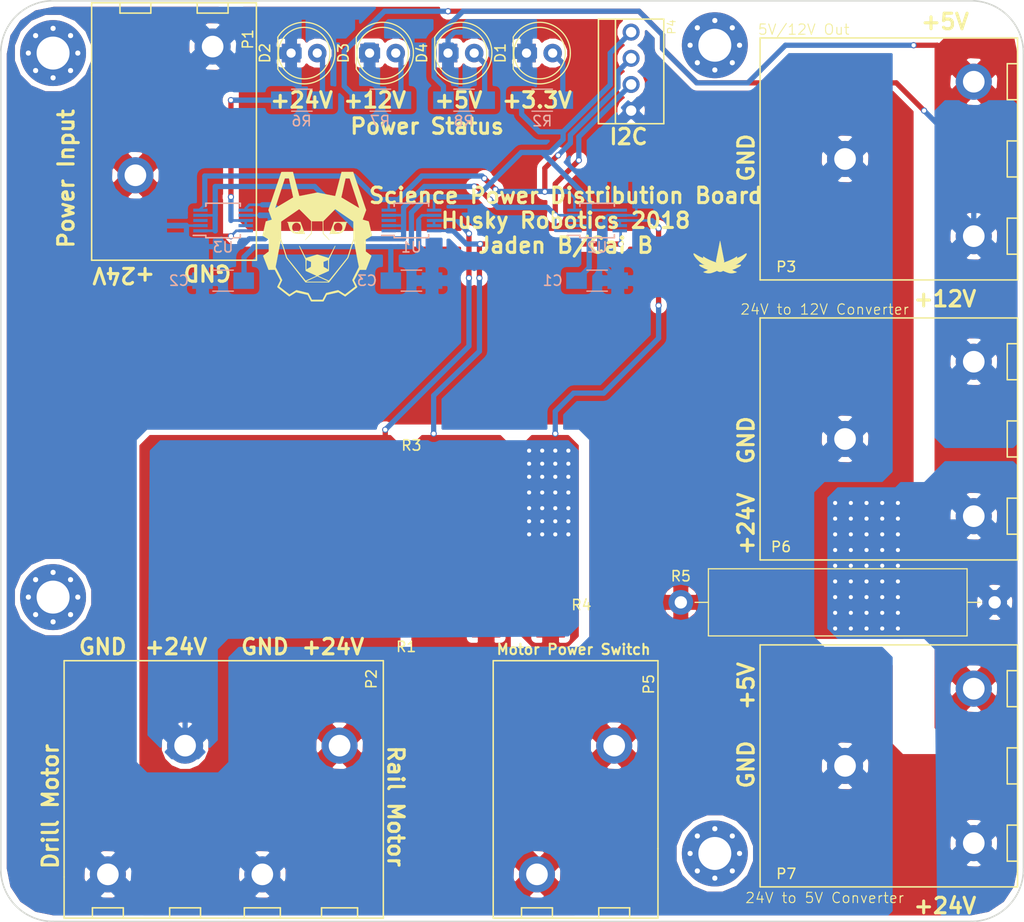
<source format=kicad_pcb>
(kicad_pcb (version 4) (host pcbnew 4.0.7)
  (layers (0 F.Cu signal) (31 B.Cu signal) (34 B.Paste user hide) (35 F.Paste user) (36 B.SilkS user) (37 F.SilkS user) (38 B.Mask user) (39 F.Mask user) (44 Edge.Cuts user))
  (net 0 "")
  (net 1 +3V3)
  (net 2 GND)
  (net 3 "Net-(D1-Pad2)")
  (net 4 "Net-(D2-Pad2)")
  (net 5 "Net-(D3-Pad2)")
  (net 6 "Net-(D4-Pad2)")
  (net 7 /24V_IN)
  (net 8 "Net-(P2-Pad2)")
  (net 9 "Net-(P2-Pad4)")
  (net 10 +12V)
  (net 11 +5V)
  (net 12 /I2C_SDA)
  (net 13 /I2C_SCL)
  (net 14 "Net-(P5-Pad1)")
  (net 15 +24V)
  (net 16 "Net-(U1-Pad3)")
  (net 17 "Net-(U2-Pad3)")
  (net 18 "Net-(U3-Pad3)")
  (module ScienceFootprints:PHOENIX_1792229 (layer F.Cu) (at 108.518 73.9648 180)
    (fp_text reference P1 (at -7.172 21.458 450) (layer F.SilkS))
    (fp_text value PWR_IN)
    (pad 1 thru_hole circle (at -3.75 20.75 180) (size 3.5 3.5) (drill 2.1) (layers *.Cu *.Mask) (net 2 GND))
    (pad 2 thru_hole circle (at 3.75 8.25 180) (size 3.5 3.5) (drill 2.1) (layers *.Cu *.Mask) (net 7 /24V_IN))
  )
  (module LEDs:LED_D5.0mm (layer F.Cu) (at 135.128 53.848)
    (fp_text reference D4 (at -2.54 0 90) (layer F.SilkS))
    (fp_text value LED)
    (pad 1 thru_hole rect (at 0 0) (size 1.8 1.8) (drill 0.9) (layers *.Cu *.Mask) (net 2 GND))
    (pad 2 thru_hole circle (at 2.54 0) (size 1.8 1.8) (drill 0.9) (layers *.Cu *.Mask) (net 6 "Net-(D4-Pad2)"))
  )
  (module Mounting_Holes:MountingHole_3.2mm_M3_Pad_Via (layer F.Cu) (at 161.036 53.086)
    (fp_text reference REF** hide)
    (fp_text value MountingHole_3.2mm_M3_Pad_Via)
    (pad 1 thru_hole circle (at 0 0) (size 6.4 6.4) (drill 3.2) (layers *.Cu *.Mask))
    (pad "" thru_hole circle (at 2.4 0) (size 0.8 0.8) (drill 0.5) (layers *.Cu *.Mask))
    (pad "" thru_hole circle (at 1.697056 1.697056) (size 0.8 0.8) (drill 0.5) (layers *.Cu *.Mask))
    (pad "" thru_hole circle (at 0 2.4) (size 0.8 0.8) (drill 0.5) (layers *.Cu *.Mask))
    (pad "" thru_hole circle (at -1.697056 1.697056) (size 0.8 0.8) (drill 0.5) (layers *.Cu *.Mask))
    (pad "" thru_hole circle (at -2.4 0) (size 0.8 0.8) (drill 0.5) (layers *.Cu *.Mask))
    (pad "" thru_hole circle (at -1.697056 -1.697056) (size 0.8 0.8) (drill 0.5) (layers *.Cu *.Mask))
    (pad "" thru_hole circle (at 0 -2.4) (size 0.8 0.8) (drill 0.5) (layers *.Cu *.Mask))
    (pad "" thru_hole circle (at 1.697056 -1.697056) (size 0.8 0.8) (drill 0.5) (layers *.Cu *.Mask))
  )
  (module Mounting_Holes:MountingHole_3.2mm_M3_Pad_Via (layer F.Cu) (at 96.774 106.68)
    (fp_text reference REF** hide)
    (fp_text value MountingHole_3.2mm_M3_Pad_Via)
    (pad 1 thru_hole circle (at 0 0) (size 6.4 6.4) (drill 3.2) (layers *.Cu *.Mask))
    (pad "" thru_hole circle (at 2.4 0) (size 0.8 0.8) (drill 0.5) (layers *.Cu *.Mask))
    (pad "" thru_hole circle (at 1.697056 1.697056) (size 0.8 0.8) (drill 0.5) (layers *.Cu *.Mask))
    (pad "" thru_hole circle (at 0 2.4) (size 0.8 0.8) (drill 0.5) (layers *.Cu *.Mask))
    (pad "" thru_hole circle (at -1.697056 1.697056) (size 0.8 0.8) (drill 0.5) (layers *.Cu *.Mask))
    (pad "" thru_hole circle (at -2.4 0) (size 0.8 0.8) (drill 0.5) (layers *.Cu *.Mask))
    (pad "" thru_hole circle (at -1.697056 -1.697056) (size 0.8 0.8) (drill 0.5) (layers *.Cu *.Mask))
    (pad "" thru_hole circle (at 0 -2.4) (size 0.8 0.8) (drill 0.5) (layers *.Cu *.Mask))
    (pad "" thru_hole circle (at 1.697056 -1.697056) (size 0.8 0.8) (drill 0.5) (layers *.Cu *.Mask))
  )
  (module Mounting_Holes:MountingHole_3.2mm_M3_Pad_Via (layer F.Cu) (at 161.036 131.572)
    (fp_text reference REF** hide)
    (fp_text value MountingHole_3.2mm_M3_Pad_Via)
    (pad 1 thru_hole circle (at 0 0) (size 6.4 6.4) (drill 3.2) (layers *.Cu *.Mask))
    (pad "" thru_hole circle (at 2.4 0) (size 0.8 0.8) (drill 0.5) (layers *.Cu *.Mask))
    (pad "" thru_hole circle (at 1.697056 1.697056) (size 0.8 0.8) (drill 0.5) (layers *.Cu *.Mask))
    (pad "" thru_hole circle (at 0 2.4) (size 0.8 0.8) (drill 0.5) (layers *.Cu *.Mask))
    (pad "" thru_hole circle (at -1.697056 1.697056) (size 0.8 0.8) (drill 0.5) (layers *.Cu *.Mask))
    (pad "" thru_hole circle (at -2.4 0) (size 0.8 0.8) (drill 0.5) (layers *.Cu *.Mask))
    (pad "" thru_hole circle (at -1.697056 -1.697056) (size 0.8 0.8) (drill 0.5) (layers *.Cu *.Mask))
    (pad "" thru_hole circle (at 0 -2.4) (size 0.8 0.8) (drill 0.5) (layers *.Cu *.Mask))
    (pad "" thru_hole circle (at 1.697056 -1.697056) (size 0.8 0.8) (drill 0.5) (layers *.Cu *.Mask))
  )
  (module ScienceFootprints:PHOENIX_1792232 (layer F.Cu) (at 165.432 103.07 90)
    (fp_text reference P6 (at 1.27 2.032 180) (layer F.SilkS))
    (fp_text value REG_12V)
    (pad 1 thru_hole circle (at 4.25 20.75 90) (size 3.5 3.5) (drill 2.1) (layers *.Cu *.Mask) (net 15 +24V))
    (pad 2 thru_hole circle (at 11.75 8.25 90) (size 3.5 3.5) (drill 2.1) (layers *.Cu *.Mask) (net 2 GND))
    (pad 3 thru_hole circle (at 19.25 20.75 90) (size 3.5 3.5) (drill 2.1) (layers *.Cu *.Mask) (net 10 +12V))
  )
  (module Resistors_THT:R_Axial_Power_L25.0mm_W6.4mm_P30.48mm (layer F.Cu) (at 188.214 107.188 180)
    (fp_text reference R5 (at 30.48 2.54 180) (layer F.SilkS))
    (fp_text value 150mΩ)
    (pad 1 thru_hole circle (at 0 0 180) (size 2.4 2.4) (drill 1.2) (layers *.Cu *.Mask) (net 15 +24V))
    (pad 2 thru_hole oval (at 30.48 0 180) (size 2.4 2.4) (drill 1.2) (layers *.Cu *.Mask) (net 7 /24V_IN))
  )
  (module Capacitors_SMD:C_1206_HandSoldering (layer B.Cu) (at 149.606 75.946)
    (fp_text reference C1 (at -4.318 0) (layer B.SilkS) (effects (justify mirror)))
    (fp_text value 100nF)
    (pad 1 smd rect (at -2 0) (size 2 1.6) (layers B.Cu B.Paste B.Mask) (net 1 +3V3))
    (pad 2 smd rect (at 2 0) (size 2 1.6) (layers B.Cu B.Paste B.Mask) (net 2 GND))
  )
  (module Capacitors_SMD:C_1206_HandSoldering (layer B.Cu) (at 113.284 75.946 180)
    (fp_text reference C2 (at 4.286 0 180) (layer B.SilkS) (effects (justify mirror)))
    (fp_text value 100nF)
    (pad 1 smd rect (at -2 0 180) (size 2 1.6) (layers B.Cu B.Paste B.Mask) (net 1 +3V3))
    (pad 2 smd rect (at 2 0 180) (size 2 1.6) (layers B.Cu B.Paste B.Mask) (net 2 GND))
  )
  (module Capacitors_SMD:C_1206_HandSoldering (layer B.Cu) (at 131.572 75.946)
    (fp_text reference C3 (at -4.318 0) (layer B.SilkS) (effects (justify mirror)))
    (fp_text value 100nF)
    (pad 1 smd rect (at -2 0) (size 2 1.6) (layers B.Cu B.Paste B.Mask) (net 1 +3V3))
    (pad 2 smd rect (at 2 0) (size 2 1.6) (layers B.Cu B.Paste B.Mask) (net 2 GND))
  )
  (module LEDs:LED_D5.0mm (layer F.Cu) (at 142.748 53.848)
    (fp_text reference D1 (at -2.54 0 90) (layer F.SilkS))
    (fp_text value LED)
    (pad 1 thru_hole rect (at 0 0) (size 1.8 1.8) (drill 0.9) (layers *.Cu *.Mask) (net 2 GND))
    (pad 2 thru_hole circle (at 2.54 0) (size 1.8 1.8) (drill 0.9) (layers *.Cu *.Mask) (net 3 "Net-(D1-Pad2)"))
  )
  (module LEDs:LED_D5.0mm (layer F.Cu) (at 119.888 53.848)
    (fp_text reference D2 (at -2.54 0 90) (layer F.SilkS))
    (fp_text value LED)
    (pad 1 thru_hole rect (at 0 0) (size 1.8 1.8) (drill 0.9) (layers *.Cu *.Mask) (net 2 GND))
    (pad 2 thru_hole circle (at 2.54 0) (size 1.8 1.8) (drill 0.9) (layers *.Cu *.Mask) (net 4 "Net-(D2-Pad2)"))
  )
  (module LEDs:LED_D5.0mm (layer F.Cu) (at 127.508 53.848)
    (fp_text reference D3 (at -2.54 0 90) (layer F.SilkS))
    (fp_text value LED)
    (pad 1 thru_hole rect (at 0 0) (size 1.8 1.8) (drill 0.9) (layers *.Cu *.Mask) (net 2 GND))
    (pad 2 thru_hole circle (at 2.54 0) (size 1.8 1.8) (drill 0.9) (layers *.Cu *.Mask) (net 5 "Net-(D3-Pad2)"))
  )
  (module ScienceFootprints:PHOENIX_1792245 (layer F.Cu) (at 105.844 112.854)
    (fp_text reference P2 (at 21.844 1.778 90) (layer F.SilkS))
    (fp_text value MOTOR_PWR_OUT)
    (pad 1 thru_hole circle (at -3.75 20.75) (size 3.5 3.5) (drill 2.1) (layers *.Cu *.Mask) (net 2 GND))
    (pad 2 thru_hole circle (at 3.75 8.25) (size 3.5 3.5) (drill 2.1) (layers *.Cu *.Mask) (net 8 "Net-(P2-Pad2)"))
    (pad 3 thru_hole circle (at 11.25 20.75) (size 3.5 3.5) (drill 2.1) (layers *.Cu *.Mask) (net 2 GND))
    (pad 4 thru_hole circle (at 18.75 8.25) (size 3.5 3.5) (drill 2.1) (layers *.Cu *.Mask) (net 9 "Net-(P2-Pad4)"))
  )
  (module ScienceFootprints:PHOENIX_1792232 (layer F.Cu) (at 165.432 75.878 90)
    (fp_text reference P3 (at 1.27 2.54 180) (layer F.SilkS))
    (fp_text value MAIN_PWR_OUT)
    (pad 1 thru_hole circle (at 4.25 20.75 90) (size 3.5 3.5) (drill 2.1) (layers *.Cu *.Mask) (net 10 +12V))
    (pad 2 thru_hole circle (at 11.75 8.25 90) (size 3.5 3.5) (drill 2.1) (layers *.Cu *.Mask) (net 2 GND))
    (pad 3 thru_hole circle (at 19.25 20.75 90) (size 3.5 3.5) (drill 2.1) (layers *.Cu *.Mask) (net 11 +5V))
  )
  (module ScienceFootprints:MOLEX_22-23-2041 (layer F.Cu) (at 152.908 55.626 90)
    (fp_text reference P4 (at 4.318 3.937 90) (layer F.SilkS) (effects (font (size 0.75 0.75) (thickness 0.1))))
    (fp_text value I2C)
    (pad 1 thru_hole circle (at -3.81 0 90) (size 1.651 1.651) (drill 1.016) (layers *.Cu *.Mask) (net 2 GND))
    (pad 2 thru_hole circle (at -1.27 0 90) (size 1.651 1.651) (drill 1.016) (layers *.Cu *.Mask) (net 12 /I2C_SDA))
    (pad 3 thru_hole circle (at 1.27 0 90) (size 1.651 1.651) (drill 1.016) (layers *.Cu *.Mask) (net 13 /I2C_SCL))
    (pad 4 thru_hole circle (at 3.81 0 90) (size 1.651 1.651) (drill 1.016) (layers *.Cu *.Mask) (net 1 +3V3))
  )
  (module ScienceFootprints:PHOENIX_1792229 (layer F.Cu) (at 147.514 112.854)
    (fp_text reference P5 (at 7.112 2.286 90) (layer F.SilkS))
    (fp_text value MOTOR_SW)
    (pad 1 thru_hole circle (at -3.75 20.75) (size 3.5 3.5) (drill 2.1) (layers *.Cu *.Mask) (net 14 "Net-(P5-Pad1)"))
    (pad 2 thru_hole circle (at 3.75 8.25) (size 3.5 3.5) (drill 2.1) (layers *.Cu *.Mask) (net 7 /24V_IN))
  )
  (module ScienceFootprints:PHOENIX_1792232 (layer F.Cu) (at 165.432 134.82 90)
    (fp_text reference P7 (at 1.27 2.54 180) (layer F.SilkS))
    (fp_text value REG_5V)
    (pad 1 thru_hole circle (at 4.25 20.75 90) (size 3.5 3.5) (drill 2.1) (layers *.Cu *.Mask) (net 15 +24V))
    (pad 2 thru_hole circle (at 11.75 8.25 90) (size 3.5 3.5) (drill 2.1) (layers *.Cu *.Mask) (net 2 GND))
    (pad 3 thru_hole circle (at 19.25 20.75 90) (size 3.5 3.5) (drill 2.1) (layers *.Cu *.Mask) (net 11 +5V))
  )
  (module ScienceFootprints:2526W (layer F.Cu) (at 131.582 106.934 180)
    (fp_text reference R1 (at 0.518 -4.572 180) (layer F.SilkS))
    (fp_text value 2mΩ)
    (pad 1 smd rect (at 2.55 0.45 180) (size 2.7 7) (layers F.Cu F.Paste F.Mask) (net 9 "Net-(P2-Pad4)"))
    (pad 2 smd rect (at -2.15 0.45 180) (size 2.7 7) (layers F.Cu F.Paste F.Mask) (net 14 "Net-(P5-Pad1)"))
  )
  (module Resistors_SMD:R_1206_HandSoldering (layer B.Cu) (at 144.272 58.42)
    (fp_text reference R2 (at 0 2.032) (layer B.SilkS) (effects (justify mirror)))
    (fp_text value 120Ω)
    (pad 1 smd rect (at -2 0) (size 2 1.7) (layers B.Cu B.Paste B.Mask) (net 1 +3V3))
    (pad 2 smd rect (at 2 0) (size 2 1.7) (layers B.Cu B.Paste B.Mask) (net 3 "Net-(D1-Pad2)"))
  )
  (module ScienceFootprints:2526W (layer F.Cu) (at 131.572 97.282 180)
    (fp_text reference R3 (at 0 5.334 180) (layer F.SilkS))
    (fp_text value 2mΩ)
    (pad 1 smd rect (at 2.55 0.45 180) (size 2.7 7) (layers F.Cu F.Paste F.Mask) (net 9 "Net-(P2-Pad4)"))
    (pad 2 smd rect (at -2.15 0.45 180) (size 2.7 7) (layers F.Cu F.Paste F.Mask) (net 14 "Net-(P5-Pad1)"))
  )
  (module ScienceFootprints:2827W (layer F.Cu) (at 141.732 107.696)
    (fp_text reference R4 (at 6.35 -0.254) (layer F.SilkS))
    (fp_text value 10mΩ)
    (pad 1 smd rect (at 3.36 -1) (size 2.75 7.82) (layers F.Cu F.Paste F.Mask) (net 8 "Net-(P2-Pad2)"))
    (pad 2 smd rect (at -2.9 -1) (size 2.75 7.82) (layers F.Cu F.Paste F.Mask) (net 14 "Net-(P5-Pad1)"))
  )
  (module Resistors_SMD:R_1206_HandSoldering (layer B.Cu) (at 120.936 58.42)
    (fp_text reference R6 (at -0.032 2.032) (layer B.SilkS) (effects (justify mirror)))
    (fp_text value 1.5kΩ)
    (pad 1 smd rect (at -2 0) (size 2 1.7) (layers B.Cu B.Paste B.Mask) (net 15 +24V))
    (pad 2 smd rect (at 2 0) (size 2 1.7) (layers B.Cu B.Paste B.Mask) (net 4 "Net-(D2-Pad2)"))
  )
  (module Resistors_SMD:R_1206_HandSoldering (layer B.Cu) (at 128.556 58.42)
    (fp_text reference R7 (at -0.032 2.032) (layer B.SilkS) (effects (justify mirror)))
    (fp_text value 820Ω)
    (pad 1 smd rect (at -2 0) (size 2 1.7) (layers B.Cu B.Paste B.Mask) (net 10 +12V))
    (pad 2 smd rect (at 2 0) (size 2 1.7) (layers B.Cu B.Paste B.Mask) (net 5 "Net-(D3-Pad2)"))
  )
  (module Resistors_SMD:R_1206_HandSoldering (layer B.Cu) (at 136.684 58.42)
    (fp_text reference R8 (at -0.032 2.032) (layer B.SilkS) (effects (justify mirror)))
    (fp_text value 220Ω)
    (pad 1 smd rect (at -2 0) (size 2 1.7) (layers B.Cu B.Paste B.Mask) (net 11 +5V))
    (pad 2 smd rect (at 2 0) (size 2 1.7) (layers B.Cu B.Paste B.Mask) (net 6 "Net-(D4-Pad2)"))
  )
  (module Mounting_Holes:MountingHole_3.2mm_M3_Pad_Via (layer F.Cu) (at 96.774 53.848)
    (fp_text reference REF** hide)
    (fp_text value MountingHole_3.2mm_M3_Pad_Via)
    (pad 1 thru_hole circle (at 0 0) (size 6.4 6.4) (drill 3.2) (layers *.Cu *.Mask))
    (pad "" thru_hole circle (at 2.4 0) (size 0.8 0.8) (drill 0.5) (layers *.Cu *.Mask))
    (pad "" thru_hole circle (at 1.697056 1.697056) (size 0.8 0.8) (drill 0.5) (layers *.Cu *.Mask))
    (pad "" thru_hole circle (at 0 2.4) (size 0.8 0.8) (drill 0.5) (layers *.Cu *.Mask))
    (pad "" thru_hole circle (at -1.697056 1.697056) (size 0.8 0.8) (drill 0.5) (layers *.Cu *.Mask))
    (pad "" thru_hole circle (at -2.4 0) (size 0.8 0.8) (drill 0.5) (layers *.Cu *.Mask))
    (pad "" thru_hole circle (at -1.697056 -1.697056) (size 0.8 0.8) (drill 0.5) (layers *.Cu *.Mask))
    (pad "" thru_hole circle (at 0 -2.4) (size 0.8 0.8) (drill 0.5) (layers *.Cu *.Mask))
    (pad "" thru_hole circle (at 1.697056 -1.697056) (size 0.8 0.8) (drill 0.5) (layers *.Cu *.Mask))
  )
  (module ScienceFootprints:Husky-0.50in (layer F.Cu) (at 122.428 71.628)
    (fp_text reference G*** hide)
    (fp_text value LOGO hide)
  )
  (module ScienceFootprints:Scarlet-0.25in (layer F.Cu) (at 161.544 73.66)
    (fp_text reference G*** hide)
    (fp_text value LOGO hide)
  )
  (module Housings_SSOP:MSOP-10_3x3mm_Pitch0.5mm (layer B.Cu) (at 131.572 70.104)
    (fp_text reference U1 (at 0 2.6) (layer B.SilkS) (effects (justify mirror)))
    (fp_text value INA226)
    (pad 1 smd rect (at -2.2 1) (size 1.4 0.3) (layers B.Cu B.Paste B.Mask) (net 12 /I2C_SDA))
    (pad 2 smd rect (at -2.2 0.5) (size 1.4 0.3) (layers B.Cu B.Paste B.Mask) (net 12 /I2C_SDA))
    (pad 3 smd rect (at -2.2 0) (size 1.4 0.3) (layers B.Cu B.Paste B.Mask) (net 16 "Net-(U1-Pad3)"))
    (pad 4 smd rect (at -2.2 -0.5) (size 1.4 0.3) (layers B.Cu B.Paste B.Mask) (net 12 /I2C_SDA))
    (pad 5 smd rect (at -2.2 -1) (size 1.4 0.3) (layers B.Cu B.Paste B.Mask) (net 13 /I2C_SCL))
    (pad 6 smd rect (at 2.2 -1) (size 1.4 0.3) (layers B.Cu B.Paste B.Mask) (net 1 +3V3))
    (pad 7 smd rect (at 2.2 -0.5) (size 1.4 0.3) (layers B.Cu B.Paste B.Mask) (net 2 GND))
    (pad 8 smd rect (at 2.2 0) (size 1.4 0.3) (layers B.Cu B.Paste B.Mask) (net 9 "Net-(P2-Pad4)"))
    (pad 9 smd rect (at 2.2 0.5) (size 1.4 0.3) (layers B.Cu B.Paste B.Mask) (net 9 "Net-(P2-Pad4)"))
    (pad 10 smd rect (at 2.2 1) (size 1.4 0.3) (layers B.Cu B.Paste B.Mask) (net 14 "Net-(P5-Pad1)"))
  )
  (module Housings_SSOP:MSOP-10_3x3mm_Pitch0.5mm (layer B.Cu) (at 149.606 70.104)
    (fp_text reference U2 (at 0 2.6) (layer B.SilkS) (effects (justify mirror)))
    (fp_text value INA226)
    (pad 1 smd rect (at -2.2 1) (size 1.4 0.3) (layers B.Cu B.Paste B.Mask) (net 12 /I2C_SDA))
    (pad 2 smd rect (at -2.2 0.5) (size 1.4 0.3) (layers B.Cu B.Paste B.Mask) (net 1 +3V3))
    (pad 3 smd rect (at -2.2 0) (size 1.4 0.3) (layers B.Cu B.Paste B.Mask) (net 17 "Net-(U2-Pad3)"))
    (pad 4 smd rect (at -2.2 -0.5) (size 1.4 0.3) (layers B.Cu B.Paste B.Mask) (net 12 /I2C_SDA))
    (pad 5 smd rect (at -2.2 -1) (size 1.4 0.3) (layers B.Cu B.Paste B.Mask) (net 13 /I2C_SCL))
    (pad 6 smd rect (at 2.2 -1) (size 1.4 0.3) (layers B.Cu B.Paste B.Mask) (net 1 +3V3))
    (pad 7 smd rect (at 2.2 -0.5) (size 1.4 0.3) (layers B.Cu B.Paste B.Mask) (net 2 GND))
    (pad 8 smd rect (at 2.2 0) (size 1.4 0.3) (layers B.Cu B.Paste B.Mask) (net 8 "Net-(P2-Pad2)"))
    (pad 9 smd rect (at 2.2 0.5) (size 1.4 0.3) (layers B.Cu B.Paste B.Mask) (net 8 "Net-(P2-Pad2)"))
    (pad 10 smd rect (at 2.2 1) (size 1.4 0.3) (layers B.Cu B.Paste B.Mask) (net 14 "Net-(P5-Pad1)"))
  )
  (module Housings_SSOP:MSOP-10_3x3mm_Pitch0.5mm (layer B.Cu) (at 113.284 70.104)
    (fp_text reference U3 (at 0 2.6) (layer B.SilkS) (effects (justify mirror)))
    (fp_text value INA226)
    (pad 1 smd rect (at -2.2 1) (size 1.4 0.3) (layers B.Cu B.Paste B.Mask) (net 12 /I2C_SDA))
    (pad 2 smd rect (at -2.2 0.5) (size 1.4 0.3) (layers B.Cu B.Paste B.Mask) (net 2 GND))
    (pad 3 smd rect (at -2.2 0) (size 1.4 0.3) (layers B.Cu B.Paste B.Mask) (net 18 "Net-(U3-Pad3)"))
    (pad 4 smd rect (at -2.2 -0.5) (size 1.4 0.3) (layers B.Cu B.Paste B.Mask) (net 12 /I2C_SDA))
    (pad 5 smd rect (at -2.2 -1) (size 1.4 0.3) (layers B.Cu B.Paste B.Mask) (net 13 /I2C_SCL))
    (pad 6 smd rect (at 2.2 -1) (size 1.4 0.3) (layers B.Cu B.Paste B.Mask) (net 1 +3V3))
    (pad 7 smd rect (at 2.2 -0.5) (size 1.4 0.3) (layers B.Cu B.Paste B.Mask) (net 2 GND))
    (pad 8 smd rect (at 2.2 0) (size 1.4 0.3) (layers B.Cu B.Paste B.Mask) (net 15 +24V))
    (pad 9 smd rect (at 2.2 0.5) (size 1.4 0.3) (layers B.Cu B.Paste B.Mask) (net 15 +24V))
    (pad 10 smd rect (at 2.2 1) (size 1.4 0.3) (layers B.Cu B.Paste B.Mask) (net 7 /24V_IN))
  )
  (gr_text "24V to 5V Converter" (at 171.704 135.89) (layer F.SilkS) (effects (font (size 1 1) (thickness 0.1))))
  (gr_text "5V/12V Out" (at 169.672 51.562) (layer F.SilkS) (effects (font (size 1 1) (thickness 0.1))))
  (gr_text "24V to 12V Converter" (at 171.704 78.74 360) (layer F.SilkS) (effects (font (size 1 1) (thickness 0.1))))
  (gr_arc (start 96.774 133.096) (end 96.774 138.176) (angle 90) (layer Edge.Cuts) (width 0.15))
  (gr_line (start 91.694 53.848) (end 91.694 133.096) (layer Edge.Cuts) (width 0.15))
  (gr_line (start 185.928 48.768) (end 96.774 48.768) (layer Edge.Cuts) (width 0.15))
  (gr_line (start 191.008 133.096) (end 191.008 53.848) (layer Edge.Cuts) (width 0.15))
  (gr_line (start 96.774 138.176) (end 185.928 138.176) (layer Edge.Cuts) (width 0.15))
  (gr_text I2C (at 152.654 61.976) (layer F.SilkS) (effects (font (size 1.5 1.5) (thickness 0.3))))
  (gr_text "Power Input" (at 98.044 66.04 90) (layer F.SilkS) (effects (font (size 1.5 1.5) (thickness 0.3))))
  (gr_text GND (at 111.76 75.184 180) (layer F.SilkS) (effects (font (size 1.5 1.5) (thickness 0.3))))
  (gr_text +24V (at 103.632 75.438 180) (layer F.SilkS) (effects (font (size 1.5 1.5) (thickness 0.3))))
  (gr_text "Science Power Distribution Board\nHusky Robotics 2018\nJaden B/Cai B" (at 146.558 70.104) (layer F.SilkS) (effects (font (size 1.5 1.5) (thickness 0.3))))
  (gr_text "Motor Power Switch" (at 147.32 111.76) (layer F.SilkS) (effects (font (size 1 1) (thickness 0.2))))
  (gr_text "Drill Motor" (at 96.52 127 90) (layer F.SilkS) (effects (font (size 1.5 1.5) (thickness 0.3))))
  (gr_text "Rail Motor" (at 130.048 127 270) (layer F.SilkS) (effects (font (size 1.5 1.5) (thickness 0.3))))
  (gr_text +24V (at 183.388 136.652) (layer F.SilkS) (effects (font (size 1.5 1.5) (thickness 0.3))))
  (gr_text +24V (at 108.712 111.506) (layer F.SilkS) (effects (font (size 1.5 1.5) (thickness 0.3))))
  (gr_text +24V (at 123.952 111.506) (layer F.SilkS) (effects (font (size 1.5 1.5) (thickness 0.3))))
  (gr_text GND (at 117.348 111.506) (layer F.SilkS) (effects (font (size 1.5 1.5) (thickness 0.3))))
  (gr_text GND (at 101.6 111.506) (layer F.SilkS) (effects (font (size 1.5 1.5) (thickness 0.3))))
  (gr_text GND (at 164.084 122.936 90) (layer F.SilkS) (effects (font (size 1.5 1.5) (thickness 0.3))))
  (gr_text +5V (at 164.084 115.316 90) (layer F.SilkS) (effects (font (size 1.5 1.5) (thickness 0.3))))
  (gr_text +24V (at 164.084 99.568 90) (layer F.SilkS) (effects (font (size 1.5 1.5) (thickness 0.3))))
  (gr_text GND (at 164.084 91.44 90) (layer F.SilkS) (effects (font (size 1.5 1.5) (thickness 0.3))))
  (gr_text +5V (at 183.388 50.8) (layer F.SilkS) (effects (font (size 1.5 1.5) (thickness 0.3))))
  (gr_text GND (at 164.084 64.008 90) (layer F.SilkS) (effects (font (size 1.5 1.5) (thickness 0.3))))
  (gr_text +12V (at 183.388 77.724) (layer F.SilkS) (effects (font (size 1.5 1.5) (thickness 0.3))))
  (gr_text "Power Status" (at 133.096 60.96) (layer F.SilkS) (effects (font (size 1.5 1.5) (thickness 0.3))))
  (gr_text +3.3V (at 143.764 58.42) (layer F.SilkS) (effects (font (size 1.5 1.5) (thickness 0.3))))
  (gr_text +5V (at 136.144 58.42) (layer F.SilkS) (effects (font (size 1.5 1.5) (thickness 0.3))))
  (gr_text +12V (at 128.016 58.42) (layer F.SilkS) (effects (font (size 1.5 1.5) (thickness 0.3))))
  (gr_text +24V (at 120.904 58.42) (layer F.SilkS) (effects (font (size 1.5 1.5) (thickness 0.3))))
  (gr_arc (start 96.774 53.848) (end 91.694 53.848) (angle 90) (layer Edge.Cuts) (width 0.15))
  (gr_arc (start 185.928 53.848) (end 185.928 48.768) (angle 90) (layer Edge.Cuts) (width 0.15))
  (gr_arc (start 185.928 133.096) (end 191.008 133.096) (angle 90) (layer Edge.Cuts) (width 0.15))
  (segment (start 116.332 72.644) (end 115.316 73.66) (width 0.508) (layer B.Cu) (net 1))
  (segment (start 115.316 73.66) (end 115.316 75.914) (width 0.508) (layer B.Cu) (net 1))
  (segment (start 115.316 75.914) (end 115.284 75.946) (width 0.508) (layer B.Cu) (net 1))
  (segment (start 115.484 69.104) (end 115.484 68.92) (width 0.254) (layer B.Cu) (net 1))
  (segment (start 118.618 69.088) (end 118.11 68.58) (width 0.508) (layer B.Cu) (net 1))
  (segment (start 118.11 68.58) (end 117.094 68.58) (width 0.508) (layer B.Cu) (net 1))
  (segment (start 118.618 69.088) (end 118.618 72.644) (width 0.508) (layer B.Cu) (net 1))
  (segment (start 115.824 68.58) (end 117.094 68.58) (width 0.254) (layer B.Cu) (net 1))
  (segment (start 115.484 68.92) (end 115.824 68.58) (width 0.254) (layer B.Cu) (net 1))
  (segment (start 133.772 69.104) (end 133.772 67.818) (width 0.254) (layer B.Cu) (net 1))
  (segment (start 133.772 67.818) (end 133.858 67.818) (width 0.254) (layer B.Cu) (net 1))
  (segment (start 126.238 72.644) (end 118.618 72.644) (width 0.508) (layer B.Cu) (net 1))
  (segment (start 118.618 72.644) (end 116.332 72.644) (width 0.508) (layer B.Cu) (net 1))
  (segment (start 126.746 72.644) (end 126.238 72.644) (width 0.508) (layer B.Cu) (net 1))
  (segment (start 116.268 72.644) (end 116.332 72.644) (width 0.508) (layer B.Cu) (net 1))
  (segment (start 129.54 72.644) (end 126.746 72.644) (width 0.508) (layer B.Cu) (net 1))
  (segment (start 130.302 72.644) (end 129.54 72.644) (width 0.508) (layer B.Cu) (net 1))
  (segment (start 129.572 75.946) (end 129.572 73.374) (width 0.508) (layer B.Cu) (net 1))
  (segment (start 131.572 72.136) (end 131.572 69.342) (width 0.508) (layer B.Cu) (net 1))
  (segment (start 131.572 72.136) (end 131.572 72.644) (width 0.508) (layer B.Cu) (net 1))
  (segment (start 131.572 72.644) (end 130.302 72.644) (width 0.508) (layer B.Cu) (net 1))
  (segment (start 129.572 72.676) (end 129.572 73.374) (width 0.508) (layer B.Cu) (net 1))
  (segment (start 129.54 72.644) (end 129.572 72.676) (width 0.508) (layer B.Cu) (net 1))
  (segment (start 131.572 69.358) (end 131.588 69.342) (width 0.254) (layer B.Cu) (net 1))
  (segment (start 134.112 67.818) (end 133.858 67.818) (width 0.508) (layer B.Cu) (net 1))
  (segment (start 133.858 67.818) (end 133.096 67.818) (width 0.508) (layer B.Cu) (net 1))
  (segment (start 138.43 67.31) (end 137.922 67.818) (width 0.508) (layer B.Cu) (net 1))
  (segment (start 137.922 67.818) (end 134.112 67.818) (width 0.508) (layer B.Cu) (net 1))
  (segment (start 144.272 63.5) (end 142.24 63.5) (width 0.508) (layer B.Cu) (net 1))
  (segment (start 142.24 63.5) (end 138.43 67.31) (width 0.508) (layer B.Cu) (net 1))
  (segment (start 131.572 69.342) (end 131.572 69.342) (width 0.508) (layer B.Cu) (net 1))
  (segment (start 133.096 67.818) (end 131.572 69.342) (width 0.508) (layer B.Cu) (net 1))
  (segment (start 148.336 67.564) (end 148.844 68.072) (width 0.508) (layer B.Cu) (net 1))
  (segment (start 144.272 63.5) (end 148.336 67.564) (width 0.508) (layer B.Cu) (net 1))
  (segment (start 148.844 69.104) (end 148.836 69.104) (width 0.508) (layer B.Cu) (net 1))
  (segment (start 148.844 68.072) (end 148.844 69.104) (width 0.508) (layer B.Cu) (net 1))
  (segment (start 151.806 69.104) (end 148.836 69.104) (width 0.254) (layer B.Cu) (net 1))
  (segment (start 148.844 69.088) (end 148.836 69.088) (width 0.254) (layer B.Cu) (net 1))
  (segment (start 148.836 70.612) (end 148.836 69.088) (width 0.508) (layer B.Cu) (net 1))
  (segment (start 148.836 69.104) (end 148.844 69.096) (width 0.254) (layer B.Cu) (net 1))
  (segment (start 148.844 69.096) (end 148.844 69.088) (width 0.254) (layer B.Cu) (net 1))
  (segment (start 147.606 75.946) (end 147.606 75.914) (width 0.508) (layer B.Cu) (net 1))
  (segment (start 147.606 75.914) (end 148.836 74.684) (width 0.508) (layer B.Cu) (net 1))
  (segment (start 148.836 74.684) (end 148.836 70.612) (width 0.508) (layer B.Cu) (net 1))
  (segment (start 148.836 70.612) (end 148.836 70.604) (width 0.508) (layer B.Cu) (net 1))
  (segment (start 147.406 70.604) (end 148.836 70.604) (width 0.254) (layer B.Cu) (net 1))
  (segment (start 148.836 70.604) (end 148.844 70.596) (width 0.254) (layer B.Cu) (net 1))
  (segment (start 142.272 58.42) (end 142.272 59.778) (width 0.508) (layer B.Cu) (net 1))
  (segment (start 142.272 59.778) (end 143.991447 61.497447) (width 0.508) (layer B.Cu) (net 1))
  (segment (start 143.991447 61.497447) (end 146.304 61.497447) (width 0.508) (layer B.Cu) (net 1))
  (segment (start 150.876 56.925447) (end 150.876 53.848) (width 0.508) (layer B.Cu) (net 1))
  (segment (start 150.876 53.848) (end 152.908 51.816) (width 0.508) (layer B.Cu) (net 1))
  (segment (start 146.304 62.23) (end 146.304 61.497447) (width 0.508) (layer B.Cu) (net 1))
  (segment (start 146.304 61.497447) (end 150.876 56.925447) (width 0.508) (layer B.Cu) (net 1))
  (segment (start 145.034 63.5) (end 144.272 63.5) (width 0.508) (layer B.Cu) (net 1))
  (segment (start 146.304 62.23) (end 145.034 63.5) (width 0.508) (layer B.Cu) (net 1))
  (segment (start 109.728 72.644) (end 109.728 70.612) (width 0.508) (layer B.Cu) (net 2))
  (segment (start 111.084 70.604) (end 109.736 70.604) (width 0.254) (layer B.Cu) (net 2))
  (segment (start 109.728 70.612) (end 109.736 70.604) (width 0.254) (layer B.Cu) (net 2))
  (segment (start 109.728 72.644) (end 111.252 72.644) (width 0.508) (layer B.Cu) (net 2))
  (segment (start 111.284 75.946) (end 111.284 72.644) (width 0.508) (layer B.Cu) (net 2))
  (segment (start 111.284 72.644) (end 111.252 72.644) (width 0.508) (layer B.Cu) (net 2))
  (segment (start 112.268 72.644) (end 111.252 72.644) (width 0.508) (layer B.Cu) (net 2))
  (segment (start 117.086 69.604) (end 117.094 69.596) (width 0.254) (layer B.Cu) (net 2))
  (segment (start 114.554 72.644) (end 115.062 72.644) (width 0.508) (layer B.Cu) (net 2))
  (segment (start 114.554 72.644) (end 112.268 72.644) (width 0.508) (layer B.Cu) (net 2))
  (segment (start 117.856 69.596) (end 117.094 69.596) (width 0.508) (layer B.Cu) (net 2))
  (segment (start 117.856 71.374) (end 117.856 69.596) (width 0.508) (layer B.Cu) (net 2))
  (segment (start 117.348 71.882) (end 117.856 71.374) (width 0.508) (layer B.Cu) (net 2))
  (segment (start 115.824 71.882) (end 117.348 71.882) (width 0.508) (layer B.Cu) (net 2))
  (segment (start 115.062 72.644) (end 115.824 71.882) (width 0.508) (layer B.Cu) (net 2))
  (segment (start 115.484 69.604) (end 117.086 69.604) (width 0.254) (layer B.Cu) (net 2))
  (segment (start 153.408 69.604) (end 153.408 68.08) (width 0.254) (layer B.Cu) (net 2))
  (segment (start 151.806 69.604) (end 153.408 69.604) (width 0.254) (layer B.Cu) (net 2))
  (segment (start 153.408 68.08) (end 153.416 68.072) (width 0.254) (layer B.Cu) (net 2))
  (segment (start 151.806 69.604) (end 150.63 69.604) (width 0.254) (layer B.Cu) (net 2))
  (segment (start 150.368 74.676) (end 150.368 69.85) (width 0.508) (layer B.Cu) (net 2))
  (segment (start 150.368 74.676) (end 151.606 75.914) (width 0.508) (layer B.Cu) (net 2))
  (segment (start 150.368 69.866) (end 150.368 69.85) (width 0.254) (layer B.Cu) (net 2))
  (segment (start 150.63 69.604) (end 150.368 69.866) (width 0.254) (layer B.Cu) (net 2))
  (segment (start 151.606 75.946) (end 151.606 75.914) (width 0.508) (layer B.Cu) (net 2))
  (segment (start 133.772 69.604) (end 132.596 69.604) (width 0.254) (layer B.Cu) (net 2))
  (segment (start 133.572 73.882) (end 132.280002 72.590002) (width 0.508) (layer B.Cu) (net 2))
  (segment (start 132.280002 72.590002) (end 132.280002 70.104) (width 0.508) (layer B.Cu) (net 2))
  (segment (start 133.572 73.882) (end 133.572 75.946) (width 0.508) (layer B.Cu) (net 2))
  (segment (start 132.280002 69.919998) (end 132.280002 70.104) (width 0.254) (layer B.Cu) (net 2))
  (segment (start 132.596 69.604) (end 132.280002 69.919998) (width 0.254) (layer B.Cu) (net 2))
  (segment (start 143.372 51.816) (end 135.752 51.816) (width 0.508) (layer B.Cu) (net 2))
  (segment (start 135.752 51.816) (end 135.128 52.44) (width 0.508) (layer B.Cu) (net 2))
  (segment (start 135.128 52.44) (end 135.128 53.848) (width 0.508) (layer B.Cu) (net 2))
  (segment (start 142.748 53.848) (end 142.748 52.44) (width 0.508) (layer B.Cu) (net 2))
  (segment (start 142.748 52.44) (end 143.372 51.816) (width 0.508) (layer B.Cu) (net 2))
  (segment (start 133.372 75.946) (end 133.572 75.946) (width 0.508) (layer B.Cu) (net 2))
  (segment (start 146.272 54.832) (end 145.288 53.848) (width 0.508) (layer B.Cu) (net 3))
  (segment (start 146.272 58.42) (end 146.272 54.832) (width 0.508) (layer B.Cu) (net 3))
  (segment (start 122.936 58.42) (end 122.936 54.356) (width 0.508) (layer B.Cu) (net 4))
  (segment (start 122.936 54.356) (end 122.428 53.848) (width 0.508) (layer B.Cu) (net 4))
  (segment (start 130.556 58.42) (end 130.556 54.356) (width 0.508) (layer B.Cu) (net 5))
  (segment (start 130.556 54.356) (end 130.048 53.848) (width 0.508) (layer B.Cu) (net 5))
  (segment (start 138.684 58.42) (end 138.684 54.864) (width 0.508) (layer B.Cu) (net 6))
  (segment (start 138.684 54.864) (end 137.668 53.848) (width 0.508) (layer B.Cu) (net 6))
  (segment (start 115.484 71.104) (end 114.57 71.104) (width 0.254) (layer B.Cu) (net 7))
  (via (at 114.046 71.628) (size 0.6) (drill 0.4) (layers F.Cu B.Cu) (net 7))
  (segment (start 110.6812 71.628) (end 104.768 65.7148) (width 0.508) (layer F.Cu) (net 7))
  (segment (start 114.046 71.628) (end 110.6812 71.628) (width 0.508) (layer F.Cu) (net 7))
  (segment (start 114.57 71.104) (end 114.046 71.628) (width 0.254) (layer B.Cu) (net 7))
  (segment (start 151.806 70.604) (end 151.806 70.104) (width 0.254) (layer B.Cu) (net 8))
  (segment (start 151.806 70.104) (end 154.94 70.104) (width 0.254) (layer B.Cu) (net 8))
  (segment (start 155.575 70.739) (end 154.94 70.104) (width 0.508) (layer B.Cu) (net 8))
  (segment (start 145.542 90.805) (end 145.542 106.246) (width 0.508) (layer F.Cu) (net 8))
  (segment (start 147.32 86.868) (end 145.542 88.646) (width 0.508) (layer B.Cu) (net 8))
  (segment (start 145.542 88.646) (end 145.542 90.805) (width 0.508) (layer B.Cu) (net 8))
  (via (at 145.542 90.805) (size 0.6) (drill 0.4) (layers F.Cu B.Cu) (net 8))
  (segment (start 150.241 86.868) (end 147.32 86.868) (width 0.508) (layer B.Cu) (net 8))
  (segment (start 155.575 81.534) (end 150.241 86.868) (width 0.508) (layer B.Cu) (net 8))
  (segment (start 155.575 78.359) (end 155.575 81.534) (width 0.508) (layer B.Cu) (net 8))
  (segment (start 155.575 70.866) (end 155.575 78.359) (width 0.508) (layer F.Cu) (net 8))
  (via (at 155.575 78.359) (size 0.6) (drill 0.4) (layers F.Cu B.Cu) (net 8))
  (via (at 155.575 70.866) (size 0.6) (drill 0.4) (layers F.Cu B.Cu) (net 8))
  (segment (start 155.575 70.866) (end 155.575 70.739) (width 0.508) (layer B.Cu) (net 8))
  (segment (start 145.542 106.246) (end 145.092 106.696) (width 0.508) (layer F.Cu) (net 8))
  (segment (start 146.812 100.584) (end 146.387736 100.584) (width 0.508) (layer B.Cu) (net 8))
  (segment (start 145.542 100.584) (end 146.812 100.584) (width 0.508) (layer F.Cu) (net 8))
  (via (at 146.812 100.584) (size 0.6) (drill 0.4) (layers F.Cu B.Cu) (net 8))
  (segment (start 144.272 100.584) (end 145.542 100.584) (width 0.508) (layer B.Cu) (net 8))
  (via (at 145.542 100.584) (size 0.6) (drill 0.4) (layers F.Cu B.Cu) (net 8))
  (segment (start 143.002 100.584) (end 144.272 100.584) (width 0.508) (layer F.Cu) (net 8))
  (via (at 144.272 100.584) (size 0.6) (drill 0.4) (layers F.Cu B.Cu) (net 8))
  (segment (start 143.002 99.314) (end 143.002 100.584) (width 0.508) (layer B.Cu) (net 8))
  (via (at 143.002 100.584) (size 0.6) (drill 0.4) (layers F.Cu B.Cu) (net 8))
  (segment (start 144.272 99.314) (end 143.002 99.314) (width 0.508) (layer F.Cu) (net 8))
  (via (at 143.002 99.314) (size 0.6) (drill 0.4) (layers F.Cu B.Cu) (net 8))
  (segment (start 145.542 99.314) (end 144.272 99.314) (width 0.508) (layer B.Cu) (net 8))
  (via (at 144.272 99.314) (size 0.6) (drill 0.4) (layers F.Cu B.Cu) (net 8))
  (segment (start 146.812 99.314) (end 145.542 99.314) (width 0.508) (layer F.Cu) (net 8))
  (via (at 145.542 99.314) (size 0.6) (drill 0.4) (layers F.Cu B.Cu) (net 8))
  (segment (start 146.812 98.044) (end 146.812 99.314) (width 0.508) (layer B.Cu) (net 8))
  (via (at 146.812 99.314) (size 0.6) (drill 0.4) (layers F.Cu B.Cu) (net 8))
  (segment (start 145.542 98.044) (end 146.812 98.044) (width 0.508) (layer F.Cu) (net 8))
  (via (at 146.812 98.044) (size 0.6) (drill 0.4) (layers F.Cu B.Cu) (net 8))
  (segment (start 144.272 98.044) (end 145.542 98.044) (width 0.508) (layer B.Cu) (net 8))
  (via (at 145.542 98.044) (size 0.6) (drill 0.4) (layers F.Cu B.Cu) (net 8))
  (segment (start 143.002 98.044) (end 144.272 98.044) (width 0.508) (layer F.Cu) (net 8))
  (via (at 144.272 98.044) (size 0.6) (drill 0.4) (layers F.Cu B.Cu) (net 8))
  (segment (start 143.002 96.52) (end 143.002 98.044) (width 0.508) (layer B.Cu) (net 8))
  (via (at 143.002 98.044) (size 0.6) (drill 0.4) (layers F.Cu B.Cu) (net 8))
  (segment (start 144.272 96.52) (end 143.002 96.52) (width 0.508) (layer F.Cu) (net 8))
  (via (at 143.002 96.52) (size 0.6) (drill 0.4) (layers F.Cu B.Cu) (net 8))
  (segment (start 145.542 96.52) (end 144.272 96.52) (width 0.508) (layer B.Cu) (net 8))
  (via (at 144.272 96.52) (size 0.6) (drill 0.4) (layers F.Cu B.Cu) (net 8))
  (segment (start 146.812 96.52) (end 145.542 96.52) (width 0.508) (layer F.Cu) (net 8))
  (via (at 145.542 96.52) (size 0.6) (drill 0.4) (layers F.Cu B.Cu) (net 8))
  (segment (start 146.812 94.996) (end 146.812 96.52) (width 0.508) (layer B.Cu) (net 8))
  (via (at 146.812 96.52) (size 0.6) (drill 0.4) (layers F.Cu B.Cu) (net 8))
  (segment (start 145.542 94.996) (end 146.812 94.996) (width 0.508) (layer F.Cu) (net 8))
  (via (at 146.812 94.996) (size 0.6) (drill 0.4) (layers F.Cu B.Cu) (net 8))
  (segment (start 144.272 94.996) (end 145.542 94.996) (width 0.508) (layer B.Cu) (net 8))
  (via (at 145.542 94.996) (size 0.6) (drill 0.4) (layers F.Cu B.Cu) (net 8))
  (segment (start 143.002 94.996) (end 144.272 94.996) (width 0.508) (layer F.Cu) (net 8))
  (via (at 144.272 94.996) (size 0.6) (drill 0.4) (layers F.Cu B.Cu) (net 8))
  (segment (start 143.002 93.726) (end 143.002 94.996) (width 0.508) (layer B.Cu) (net 8))
  (via (at 143.002 94.996) (size 0.6) (drill 0.4) (layers F.Cu B.Cu) (net 8))
  (segment (start 144.272 93.726) (end 143.002 93.726) (width 0.508) (layer F.Cu) (net 8))
  (via (at 143.002 93.726) (size 0.6) (drill 0.4) (layers F.Cu B.Cu) (net 8))
  (segment (start 145.542 93.726) (end 144.272 93.726) (width 0.508) (layer B.Cu) (net 8))
  (via (at 144.272 93.726) (size 0.6) (drill 0.4) (layers F.Cu B.Cu) (net 8))
  (segment (start 146.812 93.726) (end 145.542 93.726) (width 0.508) (layer F.Cu) (net 8))
  (via (at 145.542 93.726) (size 0.6) (drill 0.4) (layers F.Cu B.Cu) (net 8))
  (segment (start 146.812 92.456) (end 146.812 93.726) (width 0.508) (layer B.Cu) (net 8))
  (via (at 146.812 93.726) (size 0.6) (drill 0.4) (layers F.Cu B.Cu) (net 8))
  (segment (start 145.542 92.456) (end 146.812 92.456) (width 0.508) (layer F.Cu) (net 8))
  (via (at 146.812 92.456) (size 0.6) (drill 0.4) (layers F.Cu B.Cu) (net 8))
  (segment (start 144.272 92.456) (end 145.542 92.456) (width 0.508) (layer B.Cu) (net 8))
  (via (at 145.542 92.456) (size 0.6) (drill 0.4) (layers F.Cu B.Cu) (net 8))
  (segment (start 143.002 92.456) (end 144.272 92.456) (width 0.508) (layer F.Cu) (net 8))
  (via (at 144.272 92.456) (size 0.6) (drill 0.4) (layers F.Cu B.Cu) (net 8))
  (segment (start 109.594 92.59) (end 109.728 92.456) (width 0.508) (layer B.Cu) (net 8))
  (segment (start 109.728 92.456) (end 143.002 92.456) (width 0.508) (layer B.Cu) (net 8))
  (via (at 143.002 92.456) (size 0.6) (drill 0.4) (layers F.Cu B.Cu) (net 8))
  (segment (start 109.594 119.834) (end 109.594 92.59) (width 0.508) (layer B.Cu) (net 8))
  (segment (start 133.772 70.104) (end 136.017 70.104) (width 0.254) (layer B.Cu) (net 9))
  (via (at 129.032 90.424) (size 0.6) (drill 0.4) (layers F.Cu B.Cu) (net 9))
  (segment (start 137.16 71.374) (end 137.16 75.692) (width 0.508) (layer F.Cu) (net 9))
  (via (at 137.16 75.692) (size 0.6) (drill 0.4) (layers F.Cu B.Cu) (net 9))
  (segment (start 136.144 70.231) (end 137.16 71.374) (width 0.508) (layer B.Cu) (net 9))
  (via (at 137.16 71.374) (size 0.6) (drill 0.4) (layers F.Cu B.Cu) (net 9))
  (segment (start 129.032 90.424) (end 129.032 96.822) (width 0.508) (layer F.Cu) (net 9))
  (segment (start 137.16 82.296) (end 129.032 90.424) (width 0.508) (layer B.Cu) (net 9))
  (segment (start 137.16 75.692) (end 137.16 82.296) (width 0.508) (layer B.Cu) (net 9))
  (segment (start 136.017 70.104) (end 136.144 70.231) (width 0.254) (layer B.Cu) (net 9))
  (segment (start 133.772 70.104) (end 133.772 70.604) (width 0.254) (layer B.Cu) (net 9))
  (segment (start 129.032 96.822) (end 129.022 96.832) (width 0.508) (layer F.Cu) (net 9))
  (segment (start 181.356 59.436) (end 186.182 64.262) (width 0.508) (layer B.Cu) (net 10))
  (segment (start 186.182 64.262) (end 186.182 71.628) (width 0.508) (layer B.Cu) (net 10))
  (segment (start 135.128 49.784) (end 153.67 49.784) (width 0.508) (layer F.Cu) (net 10))
  (segment (start 153.67 49.784) (end 155.956 52.07) (width 0.508) (layer F.Cu) (net 10))
  (segment (start 155.956 52.07) (end 155.956 53.413922) (width 0.508) (layer F.Cu) (net 10))
  (segment (start 155.956 53.413922) (end 159.282079 56.740001) (width 0.508) (layer F.Cu) (net 10))
  (segment (start 159.282079 56.740001) (end 178.660001 56.740001) (width 0.508) (layer F.Cu) (net 10))
  (segment (start 178.660001 56.740001) (end 181.356 59.436) (width 0.508) (layer F.Cu) (net 10))
  (segment (start 184.912 69.85) (end 186.69 71.628) (width 0.508) (layer B.Cu) (net 10))
  (via (at 181.356 59.436) (size 0.6) (drill 0.4) (layers F.Cu B.Cu) (net 10))
  (segment (start 126.556 58.42) (end 126.406 58.42) (width 0.508) (layer B.Cu) (net 10))
  (segment (start 126.406 58.42) (end 125.048 57.062) (width 0.508) (layer B.Cu) (net 10))
  (segment (start 125.048 57.062) (end 125.048 53.690798) (width 0.508) (layer B.Cu) (net 10))
  (segment (start 125.048 53.690798) (end 128.954798 49.784) (width 0.508) (layer B.Cu) (net 10))
  (segment (start 128.954798 49.784) (end 135.128 49.784) (width 0.508) (layer B.Cu) (net 10))
  (via (at 135.128 49.784) (size 0.6) (drill 0.4) (layers F.Cu B.Cu) (net 10))
  (segment (start 180.34 53.086) (end 182.64 53.086) (width 0.508) (layer F.Cu) (net 11))
  (segment (start 182.64 53.086) (end 186.182 56.628) (width 0.508) (layer F.Cu) (net 11))
  (segment (start 134.684 58.42) (end 134.684 57.062) (width 0.508) (layer B.Cu) (net 11))
  (segment (start 159.282079 56.740001) (end 164.239999 56.740001) (width 0.508) (layer B.Cu) (net 11))
  (segment (start 134.684 57.062) (end 133.773999 56.151999) (width 0.508) (layer B.Cu) (net 11))
  (segment (start 133.773999 56.151999) (end 133.773999 52.584799) (width 0.508) (layer B.Cu) (net 11))
  (segment (start 133.773999 52.584799) (end 136.574798 49.784) (width 0.508) (layer B.Cu) (net 11))
  (segment (start 136.574798 49.784) (end 153.67 49.784) (width 0.508) (layer B.Cu) (net 11))
  (segment (start 153.67 49.784) (end 155.956 52.07) (width 0.508) (layer B.Cu) (net 11))
  (segment (start 167.894 53.086) (end 180.34 53.086) (width 0.508) (layer B.Cu) (net 11))
  (segment (start 155.956 52.07) (end 155.956 53.413922) (width 0.508) (layer B.Cu) (net 11))
  (segment (start 155.956 53.413922) (end 159.282079 56.740001) (width 0.508) (layer B.Cu) (net 11))
  (segment (start 164.239999 56.740001) (end 167.894 53.086) (width 0.508) (layer B.Cu) (net 11))
  (via (at 180.34 53.086) (size 0.6) (drill 0.4) (layers F.Cu B.Cu) (net 11))
  (segment (start 111.084 71.104) (end 112.514 71.104) (width 0.254) (layer B.Cu) (net 12))
  (segment (start 112.514 71.104) (end 112.514 71.112) (width 0.254) (layer B.Cu) (net 12))
  (segment (start 112.514 69.604) (end 112.514 71.112) (width 0.508) (layer B.Cu) (net 12))
  (segment (start 112.514 71.112) (end 112.522 71.12) (width 0.508) (layer B.Cu) (net 12))
  (segment (start 111.084 69.604) (end 112.514 69.604) (width 0.254) (layer B.Cu) (net 12))
  (segment (start 112.514 69.604) (end 112.522 69.596) (width 0.254) (layer B.Cu) (net 12))
  (segment (start 112.522 69.596) (end 112.522 68.072) (width 0.508) (layer B.Cu) (net 12))
  (segment (start 112.522 69.58) (end 112.522 69.596) (width 0.254) (layer B.Cu) (net 12))
  (segment (start 112.522 68.08) (end 112.522 68.072) (width 0.254) (layer B.Cu) (net 12))
  (segment (start 130.81 71.882) (end 127.254 71.882) (width 0.508) (layer B.Cu) (net 12))
  (segment (start 127.254 71.882) (end 122.174 66.802) (width 0.508) (layer B.Cu) (net 12))
  (segment (start 122.174 66.802) (end 112.522 66.802) (width 0.508) (layer B.Cu) (net 12))
  (segment (start 112.522 66.802) (end 112.522 68.072) (width 0.508) (layer B.Cu) (net 12))
  (segment (start 130.81 71.882) (end 130.810739 71.119754) (width 0.508) (layer B.Cu) (net 12))
  (segment (start 129.372 70.604) (end 130.81 70.604) (width 0.254) (layer B.Cu) (net 12))
  (segment (start 130.81 70.612) (end 130.81 70.612) (width 0.254) (layer B.Cu) (net 12))
  (segment (start 130.802 70.612) (end 130.81 70.612) (width 0.254) (layer B.Cu) (net 12))
  (segment (start 130.81 70.604) (end 130.802 70.612) (width 0.254) (layer B.Cu) (net 12))
  (segment (start 129.372 71.104) (end 130.810739 71.119754) (width 0.254) (layer B.Cu) (net 12))
  (segment (start 130.810739 71.135754) (end 130.81 70.612) (width 0.508) (layer B.Cu) (net 12))
  (segment (start 130.81 70.612) (end 130.81 69.596) (width 0.508) (layer B.Cu) (net 12))
  (segment (start 130.810739 71.119754) (end 130.810739 71.135754) (width 0.254) (layer B.Cu) (net 12))
  (segment (start 129.38 69.596) (end 130.81 69.596) (width 0.254) (layer B.Cu) (net 12))
  (segment (start 132.842 66.802) (end 130.81 68.834) (width 0.508) (layer B.Cu) (net 12))
  (segment (start 130.81 68.834) (end 130.81 69.596) (width 0.508) (layer B.Cu) (net 12))
  (segment (start 139.954 68.834) (end 139.192 68.072) (width 0.508) (layer B.Cu) (net 12))
  (segment (start 144.78 68.834) (end 143.51 68.834) (width 0.508) (layer B.Cu) (net 12))
  (segment (start 144.78 68.834) (end 145.542 69.596) (width 0.508) (layer B.Cu) (net 12))
  (segment (start 139.954 68.834) (end 143.51 68.834) (width 0.508) (layer B.Cu) (net 12))
  (segment (start 137.668 66.802) (end 135.128 66.802) (width 0.508) (layer B.Cu) (net 12))
  (via (at 137.668 66.802) (size 0.6) (drill 0.4) (layers F.Cu B.Cu) (net 12))
  (segment (start 137.922 66.802) (end 137.668 66.802) (width 0.508) (layer F.Cu) (net 12))
  (segment (start 139.192 68.072) (end 137.922 66.802) (width 0.508) (layer F.Cu) (net 12))
  (via (at 139.192 68.072) (size 0.6) (drill 0.4) (layers F.Cu B.Cu) (net 12))
  (segment (start 135.128 66.802) (end 132.842 66.802) (width 0.508) (layer B.Cu) (net 12))
  (segment (start 129.38 69.596) (end 129.372 69.604) (width 0.254) (layer B.Cu) (net 12))
  (segment (start 147.406 71.104) (end 145.558 71.104) (width 0.254) (layer B.Cu) (net 12))
  (segment (start 145.558 71.104) (end 145.542 71.088) (width 0.254) (layer B.Cu) (net 12))
  (segment (start 145.542 71.088) (end 145.542 69.596) (width 0.254) (layer B.Cu) (net 12))
  (segment (start 145.542 69.596) (end 147.398 69.596) (width 0.254) (layer B.Cu) (net 12))
  (segment (start 147.398 69.596) (end 147.406 69.604) (width 0.254) (layer B.Cu) (net 12))
  (segment (start 147.828 64.262) (end 145.542 66.548) (width 0.508) (layer F.Cu) (net 12))
  (segment (start 145.542 66.548) (end 145.542 69.596) (width 0.508) (layer F.Cu) (net 12))
  (via (at 145.542 69.596) (size 0.6) (drill 0.4) (layers F.Cu B.Cu) (net 12))
  (segment (start 147.828 64.262) (end 147.828 61.976) (width 0.508) (layer B.Cu) (net 12))
  (segment (start 152.908 56.896) (end 147.828 61.976) (width 0.508) (layer B.Cu) (net 12))
  (via (at 147.828 64.262) (size 0.6) (drill 0.4) (layers F.Cu B.Cu) (net 12))
  (segment (start 111.084 69.104) (end 111.084 69.002) (width 0.254) (layer B.Cu) (net 13))
  (segment (start 111.084 69.002) (end 111.506 68.58) (width 0.254) (layer B.Cu) (net 13))
  (segment (start 111.506 68.58) (end 111.506 65.786) (width 0.508) (layer B.Cu) (net 13))
  (segment (start 128.778 68.072) (end 128.27 68.072) (width 0.508) (layer B.Cu) (net 13))
  (segment (start 128.778 68.072) (end 129.54 68.072) (width 0.508) (layer B.Cu) (net 13))
  (segment (start 125.984 65.786) (end 111.506 65.786) (width 0.508) (layer B.Cu) (net 13))
  (segment (start 128.27 68.072) (end 125.984 65.786) (width 0.508) (layer B.Cu) (net 13))
  (segment (start 129.372 69.104) (end 129.372 68.072) (width 0.254) (layer B.Cu) (net 13))
  (segment (start 129.372 68.072) (end 129.54 68.072) (width 0.254) (layer B.Cu) (net 13))
  (segment (start 138.658841 66.014841) (end 138.43 65.786) (width 0.508) (layer B.Cu) (net 13))
  (via (at 139.725159 67.081159) (size 0.6) (drill 0.4) (layers F.Cu B.Cu) (net 13))
  (segment (start 139.725159 67.081159) (end 139.42516 66.78116) (width 0.508) (layer F.Cu) (net 13))
  (via (at 138.658841 66.014841) (size 0.6) (drill 0.4) (layers F.Cu B.Cu) (net 13))
  (segment (start 139.42516 66.78116) (end 138.658841 66.014841) (width 0.508) (layer F.Cu) (net 13))
  (segment (start 139.928841 67.284841) (end 139.725159 67.081159) (width 0.508) (layer B.Cu) (net 13))
  (segment (start 130.302 68.072) (end 129.54 68.072) (width 0.508) (layer B.Cu) (net 13))
  (segment (start 132.588 65.786) (end 130.302 68.072) (width 0.508) (layer B.Cu) (net 13))
  (segment (start 138.43 65.786) (end 132.588 65.786) (width 0.508) (layer B.Cu) (net 13))
  (segment (start 145.821159 63.779159) (end 145.770841 63.779159) (width 0.508) (layer F.Cu) (net 13))
  (segment (start 147.01201 62.588308) (end 147.01201 61.790714) (width 0.508) (layer B.Cu) (net 13))
  (segment (start 147.01201 61.790714) (end 151.628499 57.174225) (width 0.508) (layer B.Cu) (net 13))
  (segment (start 152.908 54.356) (end 152.082501 55.181499) (width 0.508) (layer B.Cu) (net 13))
  (segment (start 151.628499 57.174225) (end 151.628499 55.635501) (width 0.508) (layer B.Cu) (net 13))
  (segment (start 151.628499 55.635501) (end 152.082501 55.181499) (width 0.508) (layer B.Cu) (net 13))
  (via (at 145.821159 63.779159) (size 0.6) (drill 0.4) (layers F.Cu B.Cu) (net 13))
  (segment (start 145.821159 63.779159) (end 147.01201 62.588308) (width 0.508) (layer B.Cu) (net 13))
  (via (at 144.526 67.31) (size 0.6) (drill 0.4) (layers F.Cu B.Cu) (net 13))
  (segment (start 144.526 65.024) (end 144.526 67.31) (width 0.508) (layer F.Cu) (net 13))
  (segment (start 145.770841 63.779159) (end 144.526 65.024) (width 0.508) (layer F.Cu) (net 13))
  (segment (start 144.526 67.31) (end 144.526 67.284841) (width 0.508) (layer B.Cu) (net 13))
  (segment (start 144.526 67.284841) (end 144.526 67.31) (width 0.508) (layer B.Cu) (net 13))
  (segment (start 144.526 67.31) (end 144.526 67.284841) (width 0.508) (layer B.Cu) (net 13))
  (segment (start 139.954 67.284841) (end 139.928841 67.284841) (width 0.508) (layer B.Cu) (net 13))
  (segment (start 145.821159 67.284841) (end 144.526 67.284841) (width 0.508) (layer B.Cu) (net 13))
  (segment (start 144.526 67.284841) (end 139.954 67.284841) (width 0.508) (layer B.Cu) (net 13))
  (segment (start 139.954 67.284841) (end 139.928841 67.284841) (width 0.508) (layer B.Cu) (net 13))
  (segment (start 145.821159 67.284841) (end 146.786841 67.284841) (width 0.508) (layer B.Cu) (net 13))
  (segment (start 147.406 67.904) (end 147.406 69.104) (width 0.254) (layer B.Cu) (net 13))
  (segment (start 146.786841 67.284841) (end 147.406 67.904) (width 0.254) (layer B.Cu) (net 13))
  (segment (start 138.176 75.692) (end 138.176 72.466006) (width 0.508) (layer F.Cu) (net 14))
  (segment (start 133.722 90.814) (end 133.731 90.805) (width 0.508) (layer F.Cu) (net 14))
  (segment (start 133.722 96.832) (end 133.722 90.814) (width 0.508) (layer F.Cu) (net 14))
  (segment (start 133.731 90.805) (end 133.731 87.107276) (width 0.508) (layer B.Cu) (net 14))
  (segment (start 133.731 87.107276) (end 138.176 82.804) (width 0.508) (layer B.Cu) (net 14))
  (segment (start 138.176 82.804) (end 138.176 75.692) (width 0.508) (layer B.Cu) (net 14))
  (via (at 138.176 75.692) (size 0.6) (drill 0.4) (layers F.Cu B.Cu) (net 14))
  (via (at 133.731 90.805) (size 0.6) (drill 0.4) (layers F.Cu B.Cu) (net 14))
  (segment (start 138.176 72.466006) (end 138.252006 72.39) (width 0.508) (layer F.Cu) (net 14))
  (segment (start 135.112 71.104) (end 135.62 71.104) (width 0.508) (layer B.Cu) (net 14))
  (via (at 138.252006 72.39) (size 0.6) (drill 0.4) (layers F.Cu B.Cu) (net 14))
  (segment (start 136.906 72.39) (end 138.252006 72.39) (width 0.508) (layer B.Cu) (net 14))
  (segment (start 135.62 71.104) (end 136.906 72.39) (width 0.508) (layer B.Cu) (net 14))
  (segment (start 133.772 71.104) (end 135.112 71.104) (width 0.254) (layer B.Cu) (net 14))
  (segment (start 135.112 71.104) (end 135.128 71.12) (width 0.254) (layer B.Cu) (net 14))
  (segment (start 140.716 72.39) (end 138.252006 72.39) (width 0.508) (layer F.Cu) (net 14))
  (via (at 151.892 72.39) (size 0.6) (drill 0.4) (layers F.Cu B.Cu) (net 14))
  (segment (start 151.892 72.39) (end 151.892 71.19) (width 0.254) (layer B.Cu) (net 14))
  (segment (start 151.892 72.39) (end 140.716 72.39) (width 0.508) (layer F.Cu) (net 14))
  (segment (start 151.892 71.19) (end 151.806 71.104) (width 0.254) (layer B.Cu) (net 14))
  (segment (start 143.764 132.08) (end 138.832 127.148) (width 0.508) (layer F.Cu) (net 14))
  (segment (start 138.832 127.148) (end 138.832 106.696) (width 0.508) (layer F.Cu) (net 14))
  (segment (start 135.636 108.009) (end 136.949 106.696) (width 0.508) (layer F.Cu) (net 14))
  (segment (start 136.949 106.696) (end 138.832 106.696) (width 0.508) (layer F.Cu) (net 14))
  (segment (start 115.484 70.104) (end 114.046 70.104) (width 0.254) (layer B.Cu) (net 15))
  (segment (start 114.046 67.818) (end 114.046 58.42) (width 0.508) (layer F.Cu) (net 15))
  (via (at 114.046 67.818) (size 0.6) (drill 0.4) (layers F.Cu B.Cu) (net 15))
  (segment (start 114.046 70.104) (end 114.046 67.818) (width 0.508) (layer B.Cu) (net 15))
  (segment (start 115.484 70.104) (end 115.484 70.604) (width 0.254) (layer B.Cu) (net 15))
  (segment (start 114.046 58.42) (end 115.316 58.42) (width 0.508) (layer F.Cu) (net 15))
  (via (at 114.046 58.42) (size 0.6) (drill 0.4) (layers F.Cu B.Cu) (net 15))
  (segment (start 114.046 58.42) (end 118.936 58.42) (width 0.508) (layer B.Cu) (net 15))
  (segment (start 172.72 108.204) (end 172.72 109.728) (width 0.508) (layer B.Cu) (net 15))
  (via (at 172.72 109.728) (size 0.6) (drill 0.4) (layers F.Cu B.Cu) (net 15))
  (segment (start 172.72 106.68) (end 172.72 108.204) (width 0.508) (layer F.Cu) (net 15))
  (via (at 172.72 108.204) (size 0.6) (drill 0.4) (layers F.Cu B.Cu) (net 15))
  (segment (start 172.72 105.156) (end 172.72 106.68) (width 0.508) (layer B.Cu) (net 15))
  (via (at 172.72 106.68) (size 0.6) (drill 0.4) (layers F.Cu B.Cu) (net 15))
  (segment (start 172.72 103.632) (end 172.72 105.156) (width 0.508) (layer F.Cu) (net 15))
  (via (at 172.72 105.156) (size 0.6) (drill 0.4) (layers F.Cu B.Cu) (net 15))
  (segment (start 172.72 102.108) (end 172.72 103.632) (width 0.508) (layer B.Cu) (net 15))
  (via (at 172.72 103.632) (size 0.6) (drill 0.4) (layers F.Cu B.Cu) (net 15))
  (segment (start 172.72 100.584) (end 172.72 102.108) (width 0.508) (layer F.Cu) (net 15))
  (via (at 172.72 102.108) (size 0.6) (drill 0.4) (layers F.Cu B.Cu) (net 15))
  (segment (start 172.72 99.06) (end 172.72 100.584) (width 0.508) (layer B.Cu) (net 15))
  (via (at 172.72 100.584) (size 0.6) (drill 0.4) (layers F.Cu B.Cu) (net 15))
  (segment (start 172.72 97.536) (end 172.72 99.06) (width 0.508) (layer F.Cu) (net 15))
  (via (at 172.72 99.06) (size 0.6) (drill 0.4) (layers F.Cu B.Cu) (net 15))
  (segment (start 174.244 97.536) (end 172.72 97.536) (width 0.508) (layer B.Cu) (net 15))
  (via (at 172.72 97.536) (size 0.6) (drill 0.4) (layers F.Cu B.Cu) (net 15))
  (segment (start 174.244 99.06) (end 174.244 97.536) (width 0.508) (layer F.Cu) (net 15))
  (via (at 174.244 97.536) (size 0.6) (drill 0.4) (layers F.Cu B.Cu) (net 15))
  (segment (start 174.244 100.584) (end 174.244 99.06) (width 0.508) (layer B.Cu) (net 15))
  (via (at 174.244 99.06) (size 0.6) (drill 0.4) (layers F.Cu B.Cu) (net 15))
  (segment (start 174.244 102.108) (end 174.244 100.584) (width 0.508) (layer F.Cu) (net 15))
  (via (at 174.244 100.584) (size 0.6) (drill 0.4) (layers F.Cu B.Cu) (net 15))
  (segment (start 174.244 103.632) (end 174.244 102.108) (width 0.508) (layer B.Cu) (net 15))
  (via (at 174.244 102.108) (size 0.6) (drill 0.4) (layers F.Cu B.Cu) (net 15))
  (segment (start 174.244 105.156) (end 174.244 103.632) (width 0.508) (layer F.Cu) (net 15))
  (via (at 174.244 103.632) (size 0.6) (drill 0.4) (layers F.Cu B.Cu) (net 15))
  (segment (start 174.244 106.68) (end 174.244 105.156) (width 0.508) (layer B.Cu) (net 15))
  (via (at 174.244 105.156) (size 0.6) (drill 0.4) (layers F.Cu B.Cu) (net 15))
  (segment (start 174.244 108.204) (end 174.244 106.68) (width 0.508) (layer F.Cu) (net 15))
  (via (at 174.244 106.68) (size 0.6) (drill 0.4) (layers F.Cu B.Cu) (net 15))
  (segment (start 174.244 109.728) (end 174.244 108.204) (width 0.508) (layer B.Cu) (net 15))
  (via (at 174.244 108.204) (size 0.6) (drill 0.4) (layers F.Cu B.Cu) (net 15))
  (segment (start 175.768 109.728) (end 174.244 109.728) (width 0.508) (layer F.Cu) (net 15))
  (via (at 174.244 109.728) (size 0.6) (drill 0.4) (layers F.Cu B.Cu) (net 15))
  (segment (start 175.768 108.204) (end 175.768 109.728) (width 0.508) (layer B.Cu) (net 15))
  (via (at 175.768 109.728) (size 0.6) (drill 0.4) (layers F.Cu B.Cu) (net 15))
  (segment (start 175.768 106.68) (end 175.768 108.204) (width 0.508) (layer F.Cu) (net 15))
  (via (at 175.768 108.204) (size 0.6) (drill 0.4) (layers F.Cu B.Cu) (net 15))
  (segment (start 175.768 105.156) (end 175.768 106.68) (width 0.508) (layer B.Cu) (net 15))
  (via (at 175.768 106.68) (size 0.6) (drill 0.4) (layers F.Cu B.Cu) (net 15))
  (segment (start 175.768 103.632) (end 175.768 105.156) (width 0.508) (layer F.Cu) (net 15))
  (via (at 175.768 105.156) (size 0.6) (drill 0.4) (layers F.Cu B.Cu) (net 15))
  (segment (start 175.768 102.108) (end 175.768 103.632) (width 0.508) (layer B.Cu) (net 15))
  (via (at 175.768 103.632) (size 0.6) (drill 0.4) (layers F.Cu B.Cu) (net 15))
  (segment (start 175.768 100.584) (end 175.768 102.108) (width 0.508) (layer F.Cu) (net 15))
  (via (at 175.768 102.108) (size 0.6) (drill 0.4) (layers F.Cu B.Cu) (net 15))
  (segment (start 175.768 99.06) (end 175.768 100.584) (width 0.508) (layer B.Cu) (net 15))
  (via (at 175.768 100.584) (size 0.6) (drill 0.4) (layers F.Cu B.Cu) (net 15))
  (segment (start 175.768 97.536) (end 175.768 99.06) (width 0.508) (layer F.Cu) (net 15))
  (via (at 175.768 99.06) (size 0.6) (drill 0.4) (layers F.Cu B.Cu) (net 15))
  (segment (start 177.292 97.536) (end 175.768 97.536) (width 0.508) (layer B.Cu) (net 15))
  (via (at 175.768 97.536) (size 0.6) (drill 0.4) (layers F.Cu B.Cu) (net 15))
  (segment (start 177.292 99.06) (end 177.292 97.536) (width 0.508) (layer F.Cu) (net 15))
  (via (at 177.292 97.536) (size 0.6) (drill 0.4) (layers F.Cu B.Cu) (net 15))
  (segment (start 177.292 100.584) (end 177.292 99.06) (width 0.508) (layer B.Cu) (net 15))
  (via (at 177.292 99.06) (size 0.6) (drill 0.4) (layers F.Cu B.Cu) (net 15))
  (segment (start 177.292 102.108) (end 177.292 100.584) (width 0.508) (layer F.Cu) (net 15))
  (via (at 177.292 100.584) (size 0.6) (drill 0.4) (layers F.Cu B.Cu) (net 15))
  (segment (start 177.292 103.632) (end 177.292 102.108) (width 0.508) (layer B.Cu) (net 15))
  (via (at 177.292 102.108) (size 0.6) (drill 0.4) (layers F.Cu B.Cu) (net 15))
  (segment (start 177.292 105.156) (end 177.292 103.632) (width 0.508) (layer F.Cu) (net 15))
  (via (at 177.292 103.632) (size 0.6) (drill 0.4) (layers F.Cu B.Cu) (net 15))
  (segment (start 177.292 106.68) (end 177.292 105.156) (width 0.508) (layer B.Cu) (net 15))
  (via (at 177.292 105.156) (size 0.6) (drill 0.4) (layers F.Cu B.Cu) (net 15))
  (segment (start 177.292 108.204) (end 177.292 106.68) (width 0.508) (layer F.Cu) (net 15))
  (via (at 177.292 106.68) (size 0.6) (drill 0.4) (layers F.Cu B.Cu) (net 15))
  (segment (start 177.292 109.728) (end 177.292 108.204) (width 0.508) (layer B.Cu) (net 15))
  (via (at 177.292 108.204) (size 0.6) (drill 0.4) (layers F.Cu B.Cu) (net 15))
  (segment (start 178.816 109.728) (end 177.292 109.728) (width 0.508) (layer F.Cu) (net 15))
  (via (at 177.292 109.728) (size 0.6) (drill 0.4) (layers F.Cu B.Cu) (net 15))
  (segment (start 178.816 108.204) (end 178.816 109.728) (width 0.508) (layer B.Cu) (net 15))
  (via (at 178.816 109.728) (size 0.6) (drill 0.4) (layers F.Cu B.Cu) (net 15))
  (segment (start 178.816 106.68) (end 178.816 108.204) (width 0.508) (layer F.Cu) (net 15))
  (via (at 178.816 108.204) (size 0.6) (drill 0.4) (layers F.Cu B.Cu) (net 15))
  (segment (start 178.816 105.156) (end 178.816 106.68) (width 0.508) (layer B.Cu) (net 15))
  (via (at 178.816 106.68) (size 0.6) (drill 0.4) (layers F.Cu B.Cu) (net 15))
  (segment (start 178.816 103.632) (end 178.816 105.156) (width 0.508) (layer F.Cu) (net 15))
  (via (at 178.816 105.156) (size 0.6) (drill 0.4) (layers F.Cu B.Cu) (net 15))
  (segment (start 178.816 102.108) (end 178.816 103.632) (width 0.508) (layer B.Cu) (net 15))
  (via (at 178.816 103.632) (size 0.6) (drill 0.4) (layers F.Cu B.Cu) (net 15))
  (segment (start 178.816 100.584) (end 178.816 102.108) (width 0.508) (layer F.Cu) (net 15))
  (via (at 178.816 102.108) (size 0.6) (drill 0.4) (layers F.Cu B.Cu) (net 15))
  (segment (start 178.816 99.06) (end 178.816 100.584) (width 0.508) (layer B.Cu) (net 15))
  (via (at 178.816 100.584) (size 0.6) (drill 0.4) (layers F.Cu B.Cu) (net 15))
  (segment (start 178.816 97.536) (end 178.816 99.06) (width 0.508) (layer F.Cu) (net 15))
  (via (at 178.816 99.06) (size 0.6) (drill 0.4) (layers F.Cu B.Cu) (net 15))
  (segment (start 187.12 99.382) (end 180.662 99.382) (width 0.508) (layer B.Cu) (net 15))
  (segment (start 180.662 99.382) (end 178.816 97.536) (width 0.508) (layer B.Cu) (net 15))
  (via (at 178.816 97.536) (size 0.6) (drill 0.4) (layers F.Cu B.Cu) (net 15))
  (zone (net 10) (net_name +12V) (layer B.Cu) (connect_pads (clearance 0.508)) (min_thickness 0.254) (fill yes (arc_segments 16) (thermal_gap 0.508) (thermal_bridge_width 7) (smoothing chamfer) (radius 1))
    (polygon (pts (xy 191.008 58.42) (xy 182.372 58.42) (xy 182.372 92.202) (xy 191.008 92.202) (xy 191.008 88.138)))
  )
  (zone (net 15) (net_name +24V) (layer B.Cu) (connect_pads (clearance 0.508)) (min_thickness 0.254) (fill yes (arc_segments 16) (thermal_gap 0.508) (thermal_bridge_width 7) (smoothing chamfer) (radius 1))
    (polygon (pts (xy 191.008 138.176) (xy 182.626 138.176) (xy 182.372 110.744) (xy 171.958 110.744) (xy 171.958 96.012) (xy 178.816 96.012) (xy 178.816 95.504) (xy 182.372 95.504) (xy 182.372 93.472) (xy 191.008 93.472) (xy 191.008 131.572)))
  )
  (zone (net 11) (net_name +5V) (layer F.Cu) (connect_pads (clearance 0.508)) (min_thickness 0.254) (fill yes (arc_segments 16) (thermal_gap 0.508) (thermal_bridge_width 7) (smoothing chamfer) (radius 1))
    (polygon (pts (xy 182.372 120.396) (xy 191.008 120.396) (xy 191.008 52.324) (xy 182.372 52.324)))
  )
  (zone (net 2) (net_name GND) (layer B.Cu) (connect_pads (clearance 0.508)) (min_thickness 0.254) (fill yes (arc_segments 16) (thermal_gap 0.508) (thermal_bridge_width 7) (smoothing chamfer) (radius 1))
    (polygon (pts (xy 178.308 95.504) (xy 170.688 95.504) (xy 170.688 111.506) (xy 178.308 111.506) (xy 178.308 138.176) (xy 91.694 138.176) (xy 91.694 48.768) (xy 178.308 48.768)))
    (polygon (pts (xy 104.902 90.424) (xy 104.902 123.698) (xy 113.792 123.698) (xy 113.792 111.506) (xy 148.844 111.506) (xy 148.844 90.424)))
  )
  (zone (net 14) (net_name "Net-(P5-Pad1)") (layer F.Cu) (connect_pads (clearance 0.508)) (min_thickness 0.254) (fill yes (arc_segments 16) (thermal_gap 0.508) (thermal_bridge_width 23) (smoothing chamfer) (radius 1))
    (polygon (pts (xy 131.572 90.932) (xy 141.224 90.932) (xy 141.224 112.776) (xy 147.828 112.776) (xy 147.828 138.176) (xy 105.156 138.176) (xy 105.156 124.968) (xy 131.572 124.968)))
  )
  (zone (net 9) (net_name "Net-(P2-Pad4)") (layer F.Cu) (connect_pads (clearance 0.508)) (min_thickness 0.254) (fill yes (arc_segments 16) (thermal_gap 0.508) (thermal_bridge_width 23) (smoothing chamfer) (radius 1))
    (polygon (pts (xy 130.556 90.932) (xy 130.556 124.46) (xy 105.156 124.46) (xy 105.156 90.932)))
  )
  (zone (net 8) (net_name "Net-(P2-Pad2)") (layer F.Cu) (connect_pads (clearance 0.508)) (min_thickness 0.254) (fill yes (arc_segments 16) (thermal_gap 0.508) (thermal_bridge_width 23) (smoothing chamfer) (radius 1))
    (polygon (pts (xy 142.24 90.932) (xy 142.24 111.506) (xy 147.828 111.506) (xy 147.828 90.932)))
  )
  (zone (net 8) (net_name "Net-(P2-Pad2)") (layer B.Cu) (connect_pads (clearance 0.508)) (min_thickness 0.254) (fill yes (arc_segments 16) (thermal_gap 0.508) (thermal_bridge_width 7) (smoothing chamfer) (radius 1))
    (polygon (pts (xy 112.776 122.428) (xy 105.918 122.428) (xy 106.172 91.44) (xy 147.828 91.44) (xy 147.828 110.49) (xy 112.776 110.744)))
  )
  (zone (net 7) (net_name /24V_IN) (layer F.Cu) (connect_pads (clearance 0.508)) (min_thickness 0.254) (fill yes (arc_segments 16) (thermal_gap 0.508) (thermal_bridge_width 7) (smoothing chamfer) (radius 1))
    (polygon (pts (xy 148.844 138.176) (xy 148.844 89.916) (xy 104.14 89.916) (xy 104.14 138.176) (xy 91.694 138.176) (xy 91.694 48.768) (xy 113.284 48.768) (xy 113.284 72.644) (xy 168.148 72.644) (xy 168.148 112.268) (xy 178.308 112.268) (xy 178.308 121.92) (xy 191.008 121.92) (xy 191.008 138.176)))
  )
  (zone (net 15) (net_name +24V) (layer F.Cu) (connect_pads (clearance 0.508)) (min_thickness 0.254) (fill yes (arc_segments 16) (thermal_gap 0.508) (thermal_bridge_width 0.508) (smoothing chamfer) (radius 1))
    (polygon (pts (xy 114.808 48.768) (xy 114.808 71.12) (xy 169.672 71.12) (xy 169.672 110.744) (xy 180.34 110.744) (xy 180.34 95.504) (xy 180.34 96.012) (xy 180.34 48.768)))
  )
)
</source>
